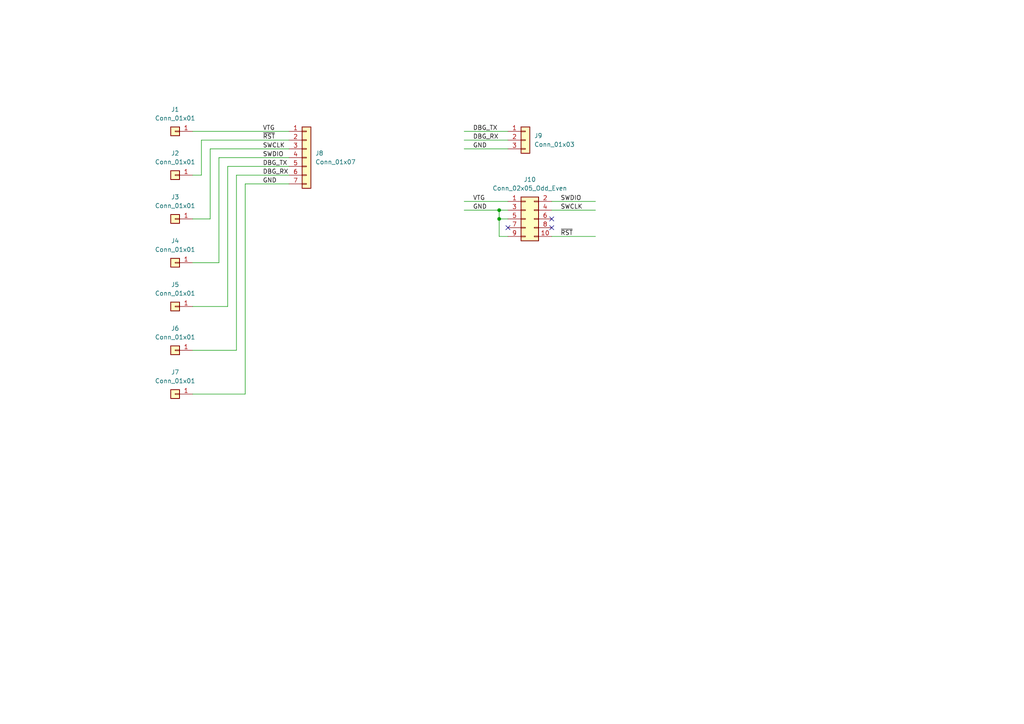
<source format=kicad_sch>
(kicad_sch (version 20211123) (generator eeschema)
  (paper "A4")
  (title_block (title "Paranoids Badge Programming Jig") (date "2022-05-13") (rev "A") (company "Yahoo") (comment 1 "See LICENSE file in project root for terms.") (comment 2 "Copyright Yahoo, Licensed under the terms of the Apache-2.0 license."))
  (lib_symbols
    (symbol "Connector_Generic:Conn_01x01" (pin_names (offset 1.016) hide)
      (property "Reference" "J" (at 0 2.54 0))
      (property "Value" "Conn_01x01" (at 0 -2.54 0))
      (symbol "Conn_01x01_1_1"
        (rectangle (start -1.27 0.127) (end 0 -0.127) (stroke (width 0.1524)))
        (rectangle (start -1.27 1.27) (end 1.27 -1.27) (stroke (width 0.254)) (fill (type background)))
        (pin passive line (at -5.08 0 0) (length 3.81) (name "Pin_1") (number "1"))
      )
    )
    (symbol "Connector_Generic:Conn_01x03" (pin_names (offset 1.016) hide)
      (property "Reference" "J" (at 0 5.08 0))
      (property "Value" "Conn_01x03" (at 0 -5.08 0))
      (symbol "Conn_01x03_1_1"
        (rectangle (start -1.27 -2.413) (end 0 -2.667) (stroke (width 0.1524)))
        (rectangle (start -1.27 0.127) (end 0 -0.127) (stroke (width 0.1524)))
        (rectangle (start -1.27 2.667) (end 0 2.413) (stroke (width 0.1524)))
        (rectangle (start -1.27 3.81) (end 1.27 -3.81) (stroke (width 0.254)) (fill (type background)))
        (pin passive line (at -5.08 2.54 0) (length 3.81) (name "Pin_1") (number "1"))
        (pin passive line (at -5.08 0 0) (length 3.81) (name "Pin_2") (number "2"))
        (pin passive line (at -5.08 -2.54 0) (length 3.81) (name "Pin_3") (number "3"))
      )
    )
    (symbol "Connector_Generic:Conn_01x07" (pin_names (offset 1.016) hide)
      (property "Reference" "J" (at 0 10.16 0))
      (property "Value" "Conn_01x07" (at 0 -10.16 0))
      (symbol "Conn_01x07_1_1"
        (rectangle (start -1.27 -7.493) (end 0 -7.747) (stroke (width 0.1524)))
        (rectangle (start -1.27 -4.953) (end 0 -5.207) (stroke (width 0.1524)))
        (rectangle (start -1.27 -2.413) (end 0 -2.667) (stroke (width 0.1524)))
        (rectangle (start -1.27 0.127) (end 0 -0.127) (stroke (width 0.1524)))
        (rectangle (start -1.27 2.667) (end 0 2.413) (stroke (width 0.1524)))
        (rectangle (start -1.27 5.207) (end 0 4.953) (stroke (width 0.1524)))
        (rectangle (start -1.27 7.747) (end 0 7.493) (stroke (width 0.1524)))
        (rectangle (start -1.27 8.89) (end 1.27 -8.89) (stroke (width 0.254)) (fill (type background)))
        (pin passive line (at -5.08 7.62 0) (length 3.81) (name "Pin_1") (number "1"))
        (pin passive line (at -5.08 5.08 0) (length 3.81) (name "Pin_2") (number "2"))
        (pin passive line (at -5.08 2.54 0) (length 3.81) (name "Pin_3") (number "3"))
        (pin passive line (at -5.08 0 0) (length 3.81) (name "Pin_4") (number "4"))
        (pin passive line (at -5.08 -2.54 0) (length 3.81) (name "Pin_5") (number "5"))
        (pin passive line (at -5.08 -5.08 0) (length 3.81) (name "Pin_6") (number "6"))
        (pin passive line (at -5.08 -7.62 0) (length 3.81) (name "Pin_7") (number "7"))
      )
    )
    (symbol "Connector_Generic:Conn_02x05_Odd_Even" (pin_names (offset 1.016) hide)
      (property "Reference" "J" (at 1.27 7.62 0))
      (property "Value" "Conn_02x05_Odd_Even" (at 1.27 -7.62 0))
      (symbol "Conn_02x05_Odd_Even_1_1"
        (rectangle (start -1.27 -4.953) (end 0 -5.207) (stroke (width 0.1524)))
        (rectangle (start -1.27 -2.413) (end 0 -2.667) (stroke (width 0.1524)))
        (rectangle (start -1.27 0.127) (end 0 -0.127) (stroke (width 0.1524)))
        (rectangle (start -1.27 2.667) (end 0 2.413) (stroke (width 0.1524)))
        (rectangle (start -1.27 5.207) (end 0 4.953) (stroke (width 0.1524)))
        (rectangle (start -1.27 6.35) (end 3.81 -6.35) (stroke (width 0.254)) (fill (type background)))
        (rectangle (start 3.81 -4.953) (end 2.54 -5.207) (stroke (width 0.1524)))
        (rectangle (start 3.81 -2.413) (end 2.54 -2.667) (stroke (width 0.1524)))
        (rectangle (start 3.81 0.127) (end 2.54 -0.127) (stroke (width 0.1524)))
        (rectangle (start 3.81 2.667) (end 2.54 2.413) (stroke (width 0.1524)))
        (rectangle (start 3.81 5.207) (end 2.54 4.953) (stroke (width 0.1524)))
        (pin passive line (at -5.08 5.08 0) (length 3.81) (name "Pin_1") (number "1"))
        (pin passive line (at 7.62 -5.08 180) (length 3.81) (name "Pin_10") (number "10"))
        (pin passive line (at 7.62 5.08 180) (length 3.81) (name "Pin_2") (number "2"))
        (pin passive line (at -5.08 2.54 0) (length 3.81) (name "Pin_3") (number "3"))
        (pin passive line (at 7.62 2.54 180) (length 3.81) (name "Pin_4") (number "4"))
        (pin passive line (at -5.08 0 0) (length 3.81) (name "Pin_5") (number "5"))
        (pin passive line (at 7.62 0 180) (length 3.81) (name "Pin_6") (number "6"))
        (pin passive line (at -5.08 -2.54 0) (length 3.81) (name "Pin_7") (number "7"))
        (pin passive line (at 7.62 -2.54 180) (length 3.81) (name "Pin_8") (number "8"))
        (pin passive line (at -5.08 -5.08 0) (length 3.81) (name "Pin_9") (number "9"))
      )
    )
  )
  (junction (at 144.78 63.5))
  (junction (at 144.78 60.96))
  (no_connect (at 147.32 66.04))
  (no_connect (at 160.02 66.04))
  (no_connect (at 160.02 63.5))
  (wire (pts (xy 68.58 50.8) (xy 83.82 50.8)))
  (wire (pts (xy 160.02 68.58) (xy 172.72 68.58)))
  (wire (pts (xy 144.78 60.96) (xy 147.32 60.96)))
  (wire (pts (xy 55.88 50.8) (xy 58.42 50.8)))
  (wire (pts (xy 160.02 60.96) (xy 172.72 60.96)))
  (wire (pts (xy 66.04 48.26) (xy 83.82 48.26)))
  (wire (pts (xy 55.88 76.2) (xy 63.5 76.2)))
  (wire (pts (xy 63.5 76.2) (xy 63.5 45.72)))
  (wire (pts (xy 134.62 43.18) (xy 147.32 43.18)))
  (wire (pts (xy 68.58 101.6) (xy 68.58 50.8)))
  (wire (pts (xy 58.42 40.64) (xy 83.82 40.64)))
  (wire (pts (xy 63.5 45.72) (xy 83.82 45.72)))
  (wire (pts (xy 55.88 101.6) (xy 68.58 101.6)))
  (wire (pts (xy 134.62 38.1) (xy 147.32 38.1)))
  (wire (pts (xy 134.62 60.96) (xy 144.78 60.96)))
  (wire (pts (xy 55.88 88.9) (xy 66.04 88.9)))
  (wire (pts (xy 147.32 63.5) (xy 144.78 63.5)))
  (wire (pts (xy 60.96 63.5) (xy 60.96 43.18)))
  (wire (pts (xy 71.12 114.3) (xy 71.12 53.34)))
  (wire (pts (xy 58.42 50.8) (xy 58.42 40.64)))
  (wire (pts (xy 160.02 58.42) (xy 172.72 58.42)))
  (wire (pts (xy 144.78 68.58) (xy 144.78 63.5)))
  (wire (pts (xy 134.62 58.42) (xy 147.32 58.42)))
  (wire (pts (xy 55.88 38.1) (xy 83.82 38.1)))
  (wire (pts (xy 60.96 43.18) (xy 83.82 43.18)))
  (wire (pts (xy 55.88 114.3) (xy 71.12 114.3)))
  (wire (pts (xy 55.88 63.5) (xy 60.96 63.5)))
  (wire (pts (xy 134.62 40.64) (xy 147.32 40.64)))
  (wire (pts (xy 147.32 68.58) (xy 144.78 68.58)))
  (wire (pts (xy 144.78 63.5) (xy 144.78 60.96)))
  (wire (pts (xy 66.04 88.9) (xy 66.04 48.26)))
  (wire (pts (xy 71.12 53.34) (xy 83.82 53.34)))
  (label "GND" (at 137.16 43.18 0))
  (label "SWDIO" (at 76.2 45.72 0))
  (label "SWCLK" (at 162.56 60.96 0))
  (label "GND" (at 137.16 60.96 0))
  (label "~{RST}" (at 76.2 40.64 0))
  (label "~{RST}" (at 162.56 68.58 0))
  (label "GND" (at 76.2 53.34 0))
  (label "DBG_RX" (at 76.2 50.8 0))
  (label "DBG_TX" (at 76.2 48.26 0))
  (label "SWCLK" (at 76.2 43.18 0))
  (label "VTG" (at 76.2 38.1 0))
  (label "DBG_RX" (at 137.16 40.64 0))
  (label "DBG_TX" (at 137.16 38.1 0))
  (label "VTG" (at 137.16 58.42 0))
  (label "SWDIO" (at 162.56 58.42 0))
  (symbol (lib_id "Connector_Generic:Conn_01x01") (at 50.8 101.6 0) (mirror y) (unit 1)
    (property "Reference" "J6" (at 50.8 95.25 0))
    (property "Value" "Conn_01x01" (at 50.8 97.79 0))
    (property "Footprint" "badge_custom_parts:pogopin" (effects hide))
  )
  (symbol (lib_id "Connector_Generic:Conn_01x01") (at 50.8 88.9 0) (mirror y) (unit 1)
    (property "Reference" "J5" (at 50.8 82.55 0))
    (property "Value" "Conn_01x01" (at 50.8 85.09 0))
    (property "Footprint" "badge_custom_parts:pogopin" (effects hide))
  )
  (symbol (lib_id "Connector_Generic:Conn_01x01") (at 50.8 76.2 0) (mirror y) (unit 1)
    (property "Reference" "J4" (at 50.8 69.85 0))
    (property "Value" "Conn_01x01" (at 50.8 72.39 0))
    (property "Footprint" "badge_custom_parts:pogopin" (effects hide))
  )
  (symbol (lib_id "Connector_Generic:Conn_01x01") (at 50.8 38.1 0) (mirror y) (unit 1)
    (property "Reference" "J1" (at 50.8 31.75 0))
    (property "Value" "Conn_01x01" (at 50.8 34.29 0))
    (property "Footprint" "badge_custom_parts:pogopin" (effects hide))
  )
  (symbol (lib_id "Connector_Generic:Conn_01x01") (at 50.8 63.5 0) (mirror y) (unit 1)
    (property "Reference" "J3" (at 50.8 57.15 0))
    (property "Value" "Conn_01x01" (at 50.8 59.69 0))
    (property "Footprint" "badge_custom_parts:pogopin" (effects hide))
  )
  (symbol (lib_id "Connector_Generic:Conn_01x01") (at 50.8 114.3 0) (mirror y) (unit 1)
    (property "Reference" "J7" (at 50.8 107.95 0))
    (property "Value" "Conn_01x01" (at 50.8 110.49 0))
    (property "Footprint" "badge_custom_parts:pogopin" (effects hide))
  )
  (symbol (lib_id "Connector_Generic:Conn_01x01") (at 50.8 50.8 0) (mirror y) (unit 1)
    (property "Reference" "J2" (at 50.8 44.45 0))
    (property "Value" "Conn_01x01" (at 50.8 46.99 0))
    (property "Footprint" "badge_custom_parts:pogopin" (effects hide))
  )
  (symbol (lib_id "Connector_Generic:Conn_02x05_Odd_Even") (at 152.4 63.5 0) (unit 1)
    (property "Reference" "J10" (at 153.67 52.07 0))
    (property "Value" "Conn_02x05_Odd_Even" (at 153.67 54.61 0))
    (property "Footprint" "Connector_PinHeader_2.54mm:PinHeader_2x05_P2.54mm_Vertical" (effects hide))
  )
  (symbol (lib_id "Connector_Generic:Conn_01x03") (at 152.4 40.64 0) (unit 1)
    (property "Reference" "J9" (at 154.94 39.3699 0) (effects (justify left)))
    (property "Value" "Conn_01x03" (at 154.94 41.9099 0) (effects (justify left)))
    (property "Footprint" "Connector_PinHeader_2.54mm:PinHeader_1x03_P2.54mm_Horizontal" (effects hide))
  )
  (symbol (lib_id "Connector_Generic:Conn_01x07") (at 88.9 45.72 0) (unit 1)
    (property "Reference" "J8" (at 91.44 44.4499 0) (effects (justify left)))
    (property "Value" "Conn_01x07" (at 91.44 46.9899 0) (effects (justify left)))
    (property "Footprint" "Connector_PinHeader_2.54mm:PinHeader_1x07_P2.54mm_Horizontal" (effects hide))
  )
)
</source>
